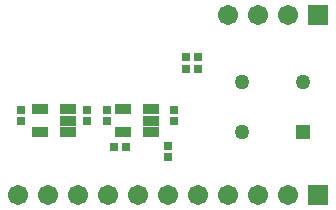
<source format=gbs>
G04*
G04 #@! TF.GenerationSoftware,Altium Limited,Altium Designer,19.0.15 (446)*
G04*
G04 Layer_Color=16711935*
%FSLAX25Y25*%
%MOIN*%
G70*
G01*
G75*
%ADD16R,0.03162X0.02769*%
%ADD19R,0.02769X0.03162*%
%ADD20R,0.05000X0.05000*%
%ADD21C,0.05000*%
%ADD22R,0.06706X0.06706*%
%ADD23C,0.06706*%
%ADD31R,0.05721X0.03556*%
D16*
X55000Y17531D02*
D03*
Y21468D02*
D03*
X57000Y29531D02*
D03*
Y33468D02*
D03*
X34500Y29531D02*
D03*
Y33468D02*
D03*
X28000Y29531D02*
D03*
Y33468D02*
D03*
X6000D02*
D03*
Y29531D02*
D03*
D19*
X37031Y20861D02*
D03*
X40968D02*
D03*
X64969Y47000D02*
D03*
X61032D02*
D03*
X61032Y51000D02*
D03*
X64969D02*
D03*
D20*
X100000Y25965D02*
D03*
D21*
X79528D02*
D03*
Y42500D02*
D03*
X100000D02*
D03*
D22*
X105000Y65000D02*
D03*
Y5000D02*
D03*
D23*
X95000Y65000D02*
D03*
X85000D02*
D03*
X75000D02*
D03*
X95000Y5000D02*
D03*
X85000D02*
D03*
X75000D02*
D03*
X65000D02*
D03*
X55000D02*
D03*
X45000D02*
D03*
X35000D02*
D03*
X25000D02*
D03*
X15000D02*
D03*
X5000D02*
D03*
D31*
X12276Y33480D02*
D03*
Y26000D02*
D03*
X21724D02*
D03*
Y29740D02*
D03*
Y33480D02*
D03*
X40000D02*
D03*
Y26000D02*
D03*
X49449D02*
D03*
Y29740D02*
D03*
Y33480D02*
D03*
M02*

</source>
